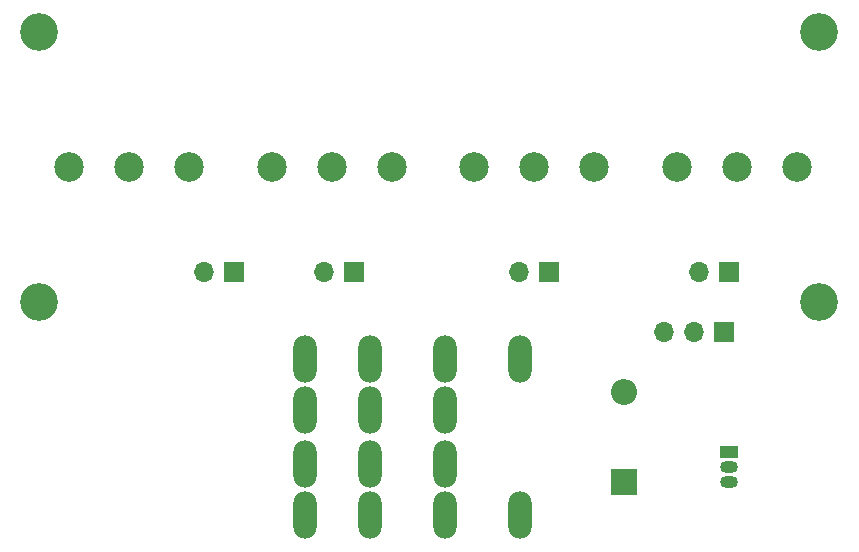
<source format=gbr>
%TF.GenerationSoftware,KiCad,Pcbnew,7.0.8-7.0.8~ubuntu22.04.1*%
%TF.CreationDate,2023-10-29T22:01:59-04:00*%
%TF.ProjectId,relay_board,72656c61-795f-4626-9f61-72642e6b6963,rev?*%
%TF.SameCoordinates,Original*%
%TF.FileFunction,Soldermask,Bot*%
%TF.FilePolarity,Negative*%
%FSLAX46Y46*%
G04 Gerber Fmt 4.6, Leading zero omitted, Abs format (unit mm)*
G04 Created by KiCad (PCBNEW 7.0.8-7.0.8~ubuntu22.04.1) date 2023-10-29 22:01:59*
%MOMM*%
%LPD*%
G01*
G04 APERTURE LIST*
%ADD10C,3.200000*%
%ADD11R,1.700000X1.700000*%
%ADD12O,1.700000X1.700000*%
%ADD13O,2.000000X4.000000*%
%ADD14R,1.500000X1.050000*%
%ADD15O,1.500000X1.050000*%
%ADD16C,2.500000*%
%ADD17R,2.200000X2.200000*%
%ADD18O,2.200000X2.200000*%
G04 APERTURE END LIST*
D10*
%TO.C,H104*%
X223520000Y-91440000D03*
%TD*%
%TO.C,H103*%
X157480000Y-91440000D03*
%TD*%
%TO.C,H102*%
X223520000Y-68580000D03*
%TD*%
%TO.C,H101*%
X157480000Y-68580000D03*
%TD*%
D11*
%TO.C,J105*%
X215900000Y-88900000D03*
D12*
X213360000Y-88900000D03*
%TD*%
D11*
%TO.C,J104*%
X173990000Y-88900000D03*
D12*
X171450000Y-88900000D03*
%TD*%
D11*
%TO.C,J103*%
X184150000Y-88900000D03*
D12*
X181610000Y-88900000D03*
%TD*%
D11*
%TO.C,J102*%
X200660000Y-88900000D03*
D12*
X198120000Y-88900000D03*
%TD*%
D13*
%TO.C,R101*%
X180000000Y-96265000D03*
X180000000Y-100585000D03*
X180000000Y-105155000D03*
X180000000Y-109475000D03*
X185450000Y-96265000D03*
X185450000Y-100585000D03*
X185450000Y-105155000D03*
X185450000Y-109475000D03*
X191800000Y-96265000D03*
X191800000Y-100585000D03*
X191800000Y-105155000D03*
X191800000Y-109475000D03*
X198150000Y-96265000D03*
X198150000Y-109475000D03*
%TD*%
D14*
%TO.C,Q101*%
X215900000Y-104140000D03*
D15*
X215900000Y-105410000D03*
X215900000Y-106680000D03*
%TD*%
D16*
%TO.C,J109*%
X160020000Y-80010000D03*
X165100000Y-80010000D03*
X170180000Y-80010000D03*
%TD*%
%TO.C,J108*%
X177165000Y-80010000D03*
X182245000Y-80010000D03*
X187325000Y-80010000D03*
%TD*%
%TO.C,J107*%
X194310000Y-80010000D03*
X199390000Y-80010000D03*
X204470000Y-80010000D03*
%TD*%
%TO.C,J106*%
X211455000Y-80010000D03*
X216535000Y-80010000D03*
X221615000Y-80010000D03*
%TD*%
D11*
%TO.C,J101*%
X215425000Y-94000000D03*
D12*
X212885000Y-94000000D03*
X210345000Y-94000000D03*
%TD*%
D17*
%TO.C,D101*%
X207010000Y-106680000D03*
D18*
X207010000Y-99060000D03*
%TD*%
M02*

</source>
